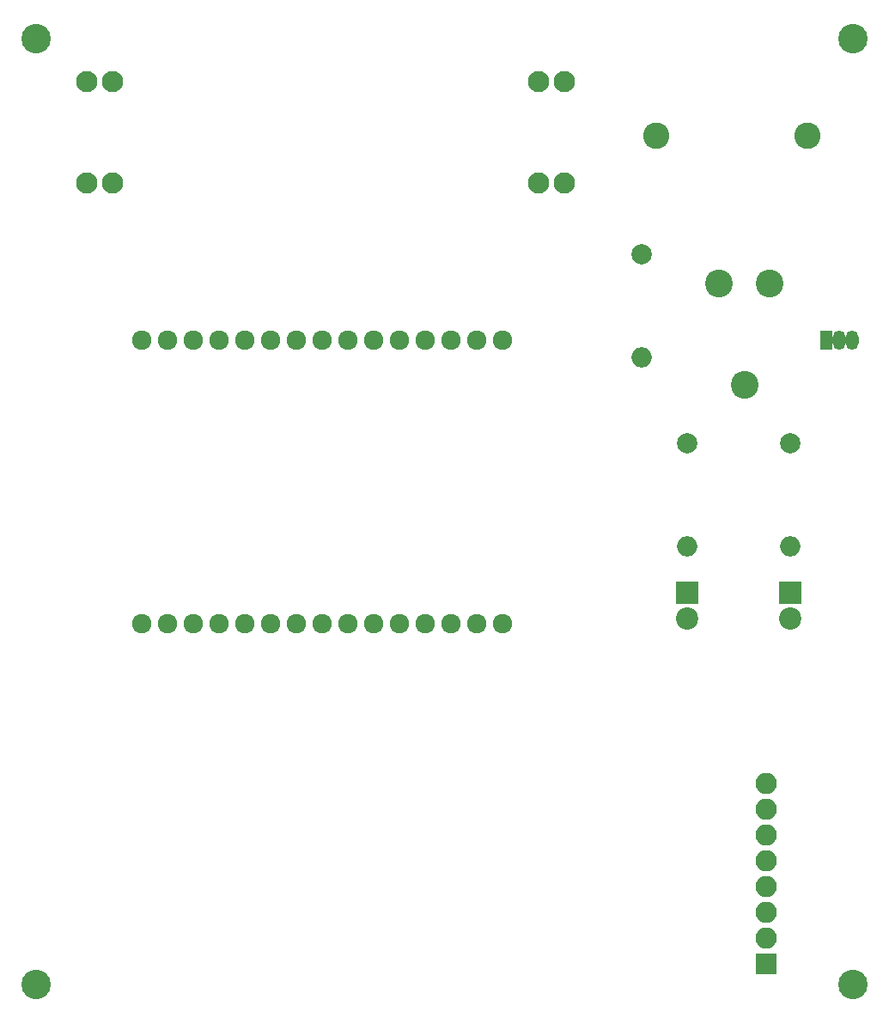
<source format=gbr>
G04 #@! TF.FileFunction,Soldermask,Top*
%FSLAX46Y46*%
G04 Gerber Fmt 4.6, Leading zero omitted, Abs format (unit mm)*
G04 Created by KiCad (PCBNEW 4.0.7-e2-6376~58~ubuntu16.04.1) date Thu May 17 09:56:29 2018*
%MOMM*%
%LPD*%
G01*
G04 APERTURE LIST*
%ADD10C,0.100000*%
%ADD11C,2.600000*%
%ADD12R,2.200000X2.200000*%
%ADD13C,2.200000*%
%ADD14C,2.000000*%
%ADD15O,2.000000X2.000000*%
%ADD16C,1.924000*%
%ADD17C,2.740000*%
%ADD18C,2.900000*%
%ADD19O,1.300000X1.900000*%
%ADD20R,1.300000X1.900000*%
%ADD21R,2.100000X2.100000*%
%ADD22O,2.100000X2.100000*%
%ADD23C,2.100000*%
G04 APERTURE END LIST*
D10*
D11*
X175811000Y-70866000D03*
X190711000Y-70866000D03*
D12*
X178892200Y-115976400D03*
D13*
X178892200Y-118516400D03*
D12*
X189052200Y-115976400D03*
D13*
X189052200Y-118516400D03*
D14*
X178866800Y-101193600D03*
D15*
X178866800Y-111353600D03*
D14*
X189026800Y-101193600D03*
D15*
X189026800Y-111353600D03*
D16*
X160655000Y-91059000D03*
X158115000Y-91059000D03*
X155575000Y-91059000D03*
X153035000Y-91059000D03*
X150495000Y-91059000D03*
X147955000Y-91059000D03*
X145415000Y-91059000D03*
X142875000Y-91059000D03*
X140335000Y-91059000D03*
X137795000Y-91059000D03*
X135255000Y-91059000D03*
X132715000Y-91059000D03*
X130175000Y-91059000D03*
X127635000Y-91059000D03*
X125095000Y-91059000D03*
X125095000Y-118999000D03*
X127635000Y-118999000D03*
X130175000Y-118999000D03*
X132715000Y-118999000D03*
X135255000Y-118999000D03*
X137795000Y-118999000D03*
X140335000Y-118999000D03*
X142875000Y-118999000D03*
X145415000Y-118999000D03*
X147955000Y-118999000D03*
X150495000Y-118999000D03*
X153035000Y-118999000D03*
X155575000Y-118999000D03*
X158115000Y-118999000D03*
X160655000Y-118999000D03*
D17*
X187016400Y-85471000D03*
X184516400Y-95471000D03*
X182016400Y-85471000D03*
D18*
X114655600Y-61315600D03*
X114655600Y-154584400D03*
X195224400Y-154584400D03*
X195224400Y-61315600D03*
D14*
X174345600Y-82600800D03*
D15*
X174345600Y-92760800D03*
D19*
X193802000Y-91059000D03*
X195072000Y-91059000D03*
D20*
X192532000Y-91059000D03*
D21*
X186613800Y-152552400D03*
D22*
X186613800Y-150012400D03*
X186613800Y-147472400D03*
X186613800Y-144932400D03*
X186613800Y-142392400D03*
X186613800Y-139852400D03*
X186613800Y-137312400D03*
X186613800Y-134772400D03*
D23*
X164236400Y-75582000D03*
X164236400Y-65549000D03*
X166776400Y-65549000D03*
X119634000Y-75582000D03*
X122174000Y-75582000D03*
X166776400Y-75582000D03*
X122174000Y-65549000D03*
X119634000Y-65549000D03*
M02*

</source>
